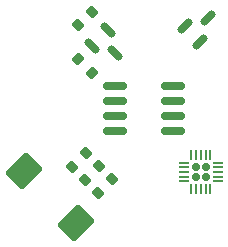
<source format=gbr>
%TF.GenerationSoftware,KiCad,Pcbnew,9.0.5*%
%TF.CreationDate,2025-12-02T23:56:59+01:00*%
%TF.ProjectId,D1,44312e6b-6963-4616-945f-706362585858,rev?*%
%TF.SameCoordinates,Original*%
%TF.FileFunction,Paste,Top*%
%TF.FilePolarity,Positive*%
%FSLAX46Y46*%
G04 Gerber Fmt 4.6, Leading zero omitted, Abs format (unit mm)*
G04 Created by KiCad (PCBNEW 9.0.5) date 2025-12-02 23:56:59*
%MOMM*%
%LPD*%
G01*
G04 APERTURE LIST*
G04 Aperture macros list*
%AMRoundRect*
0 Rectangle with rounded corners*
0 $1 Rounding radius*
0 $2 $3 $4 $5 $6 $7 $8 $9 X,Y pos of 4 corners*
0 Add a 4 corners polygon primitive as box body*
4,1,4,$2,$3,$4,$5,$6,$7,$8,$9,$2,$3,0*
0 Add four circle primitives for the rounded corners*
1,1,$1+$1,$2,$3*
1,1,$1+$1,$4,$5*
1,1,$1+$1,$6,$7*
1,1,$1+$1,$8,$9*
0 Add four rect primitives between the rounded corners*
20,1,$1+$1,$2,$3,$4,$5,0*
20,1,$1+$1,$4,$5,$6,$7,0*
20,1,$1+$1,$6,$7,$8,$9,0*
20,1,$1+$1,$8,$9,$2,$3,0*%
G04 Aperture macros list end*
%ADD10RoundRect,0.200000X-0.053033X0.335876X-0.335876X0.053033X0.053033X-0.335876X0.335876X-0.053033X0*%
%ADD11RoundRect,0.150000X-0.309359X-0.521491X0.521491X0.309359X0.309359X0.521491X-0.521491X-0.309359X0*%
%ADD12RoundRect,0.250000X1.294005X0.183848X0.183848X1.294005X-1.294005X-0.183848X-0.183848X-1.294005X0*%
%ADD13RoundRect,0.167500X-0.167500X0.167500X-0.167500X-0.167500X0.167500X-0.167500X0.167500X0.167500X0*%
%ADD14RoundRect,0.050000X-0.050000X0.375000X-0.050000X-0.375000X0.050000X-0.375000X0.050000X0.375000X0*%
%ADD15RoundRect,0.050000X-0.375000X0.050000X-0.375000X-0.050000X0.375000X-0.050000X0.375000X0.050000X0*%
%ADD16RoundRect,0.150000X-0.521491X0.309359X0.309359X-0.521491X0.521491X-0.309359X-0.309359X0.521491X0*%
%ADD17RoundRect,0.200000X0.335876X0.053033X0.053033X0.335876X-0.335876X-0.053033X-0.053033X-0.335876X0*%
%ADD18RoundRect,0.150000X-0.825000X-0.150000X0.825000X-0.150000X0.825000X0.150000X-0.825000X0.150000X0*%
G04 APERTURE END LIST*
D10*
%TO.C,R5*%
X85083363Y-73816637D03*
X83916637Y-74983363D03*
%TD*%
D11*
%TO.C,Q2*%
X93415336Y-63041161D03*
X94758839Y-64384664D03*
X95412913Y-62387087D03*
%TD*%
D10*
%TO.C,R1*%
X85583363Y-61816637D03*
X84416637Y-62983363D03*
%TD*%
D12*
%TO.C,C5*%
X84206173Y-79706173D03*
X79793827Y-75293827D03*
%TD*%
D10*
%TO.C,R6*%
X86183363Y-74916637D03*
X85016637Y-76083363D03*
%TD*%
D13*
%TO.C,U3*%
X95210000Y-74990000D03*
X94390000Y-74990000D03*
X95210000Y-75810000D03*
X94390000Y-75810000D03*
D14*
X95600000Y-73950000D03*
X95200000Y-73950000D03*
X94800000Y-73950000D03*
X94400000Y-73950000D03*
X94000000Y-73950000D03*
D15*
X93350000Y-74600000D03*
X93350000Y-75000000D03*
X93350000Y-75400000D03*
X93350000Y-75800000D03*
X93350000Y-76200000D03*
D14*
X94000000Y-76850000D03*
X94400000Y-76850000D03*
X94800000Y-76850000D03*
X95200000Y-76850000D03*
X95600000Y-76850000D03*
D15*
X96250000Y-76200000D03*
X96250000Y-75800000D03*
X96250000Y-75400000D03*
X96250000Y-75000000D03*
X96250000Y-74600000D03*
%TD*%
D16*
%TO.C,Q1*%
X86908839Y-63365336D03*
X85565336Y-64708839D03*
X87562913Y-65362913D03*
%TD*%
D17*
%TO.C,R4*%
X85583363Y-66983363D03*
X84416637Y-65816637D03*
%TD*%
D10*
%TO.C,R7*%
X87283363Y-76016637D03*
X86116637Y-77183363D03*
%TD*%
D18*
%TO.C,U2*%
X87525000Y-68095000D03*
X87525000Y-69365000D03*
X87525000Y-70635000D03*
X87525000Y-71905000D03*
X92475000Y-71905000D03*
X92475000Y-70635000D03*
X92475000Y-69365000D03*
X92475000Y-68095000D03*
%TD*%
M02*

</source>
